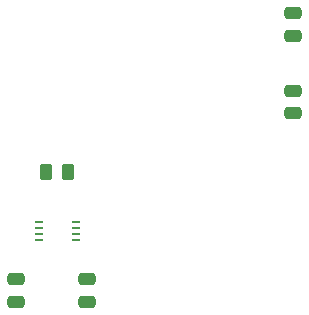
<source format=gbr>
%TF.GenerationSoftware,KiCad,Pcbnew,6.0.7-f9a2dced07~116~ubuntu22.04.1*%
%TF.CreationDate,2022-09-17T16:40:37+08:00*%
%TF.ProjectId,WLED-12V,574c4544-2d31-4325-962e-6b696361645f,rev?*%
%TF.SameCoordinates,Original*%
%TF.FileFunction,Paste,Top*%
%TF.FilePolarity,Positive*%
%FSLAX46Y46*%
G04 Gerber Fmt 4.6, Leading zero omitted, Abs format (unit mm)*
G04 Created by KiCad (PCBNEW 6.0.7-f9a2dced07~116~ubuntu22.04.1) date 2022-09-17 16:40:37*
%MOMM*%
%LPD*%
G01*
G04 APERTURE LIST*
G04 Aperture macros list*
%AMRoundRect*
0 Rectangle with rounded corners*
0 $1 Rounding radius*
0 $2 $3 $4 $5 $6 $7 $8 $9 X,Y pos of 4 corners*
0 Add a 4 corners polygon primitive as box body*
4,1,4,$2,$3,$4,$5,$6,$7,$8,$9,$2,$3,0*
0 Add four circle primitives for the rounded corners*
1,1,$1+$1,$2,$3*
1,1,$1+$1,$4,$5*
1,1,$1+$1,$6,$7*
1,1,$1+$1,$8,$9*
0 Add four rect primitives between the rounded corners*
20,1,$1+$1,$2,$3,$4,$5,0*
20,1,$1+$1,$4,$5,$6,$7,0*
20,1,$1+$1,$6,$7,$8,$9,0*
20,1,$1+$1,$8,$9,$2,$3,0*%
G04 Aperture macros list end*
%ADD10RoundRect,0.250000X0.475000X-0.250000X0.475000X0.250000X-0.475000X0.250000X-0.475000X-0.250000X0*%
%ADD11RoundRect,0.250000X0.262500X0.450000X-0.262500X0.450000X-0.262500X-0.450000X0.262500X-0.450000X0*%
%ADD12R,0.750000X0.250000*%
G04 APERTURE END LIST*
D10*
%TO.C,C1*%
X122500000Y-48450000D03*
X122500000Y-46550000D03*
%TD*%
D11*
%TO.C,R1*%
X103412500Y-60000000D03*
X101587500Y-60000000D03*
%TD*%
D12*
%TO.C,U3*%
X104050000Y-65750000D03*
X104050000Y-65250000D03*
X104050000Y-64750000D03*
X104050000Y-64250000D03*
X100950000Y-64250000D03*
X100950000Y-64750000D03*
X100950000Y-65250000D03*
X100950000Y-65750000D03*
%TD*%
D10*
%TO.C,C2*%
X122500000Y-55000000D03*
X122500000Y-53100000D03*
%TD*%
%TO.C,C4*%
X99000000Y-70950000D03*
X99000000Y-69050000D03*
%TD*%
%TO.C,C3*%
X105000000Y-70950000D03*
X105000000Y-69050000D03*
%TD*%
M02*

</source>
